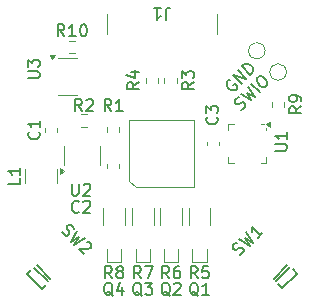
<source format=gbr>
%TF.GenerationSoftware,KiCad,Pcbnew,9.0.3*%
%TF.CreationDate,2025-07-22T22:17:19-05:00*%
%TF.ProjectId,openoshi-lightboard,6f70656e-6f73-4686-992d-6c6967687462,rev?*%
%TF.SameCoordinates,Original*%
%TF.FileFunction,Legend,Top*%
%TF.FilePolarity,Positive*%
%FSLAX46Y46*%
G04 Gerber Fmt 4.6, Leading zero omitted, Abs format (unit mm)*
G04 Created by KiCad (PCBNEW 9.0.3) date 2025-07-22 22:17:19*
%MOMM*%
%LPD*%
G01*
G04 APERTURE LIST*
%ADD10C,0.150000*%
%ADD11C,0.120000*%
%ADD12C,0.152400*%
G04 APERTURE END LIST*
D10*
X142388095Y-102554819D02*
X142388095Y-103364342D01*
X142388095Y-103364342D02*
X142435714Y-103459580D01*
X142435714Y-103459580D02*
X142483333Y-103507200D01*
X142483333Y-103507200D02*
X142578571Y-103554819D01*
X142578571Y-103554819D02*
X142769047Y-103554819D01*
X142769047Y-103554819D02*
X142864285Y-103507200D01*
X142864285Y-103507200D02*
X142911904Y-103459580D01*
X142911904Y-103459580D02*
X142959523Y-103364342D01*
X142959523Y-103364342D02*
X142959523Y-102554819D01*
X143388095Y-102650057D02*
X143435714Y-102602438D01*
X143435714Y-102602438D02*
X143530952Y-102554819D01*
X143530952Y-102554819D02*
X143769047Y-102554819D01*
X143769047Y-102554819D02*
X143864285Y-102602438D01*
X143864285Y-102602438D02*
X143911904Y-102650057D01*
X143911904Y-102650057D02*
X143959523Y-102745295D01*
X143959523Y-102745295D02*
X143959523Y-102840533D01*
X143959523Y-102840533D02*
X143911904Y-102983390D01*
X143911904Y-102983390D02*
X143340476Y-103554819D01*
X143340476Y-103554819D02*
X143959523Y-103554819D01*
X138654819Y-93611904D02*
X139464342Y-93611904D01*
X139464342Y-93611904D02*
X139559580Y-93564285D01*
X139559580Y-93564285D02*
X139607200Y-93516666D01*
X139607200Y-93516666D02*
X139654819Y-93421428D01*
X139654819Y-93421428D02*
X139654819Y-93230952D01*
X139654819Y-93230952D02*
X139607200Y-93135714D01*
X139607200Y-93135714D02*
X139559580Y-93088095D01*
X139559580Y-93088095D02*
X139464342Y-93040476D01*
X139464342Y-93040476D02*
X138654819Y-93040476D01*
X138654819Y-92659523D02*
X138654819Y-92040476D01*
X138654819Y-92040476D02*
X139035771Y-92373809D01*
X139035771Y-92373809D02*
X139035771Y-92230952D01*
X139035771Y-92230952D02*
X139083390Y-92135714D01*
X139083390Y-92135714D02*
X139131009Y-92088095D01*
X139131009Y-92088095D02*
X139226247Y-92040476D01*
X139226247Y-92040476D02*
X139464342Y-92040476D01*
X139464342Y-92040476D02*
X139559580Y-92088095D01*
X139559580Y-92088095D02*
X139607200Y-92135714D01*
X139607200Y-92135714D02*
X139654819Y-92230952D01*
X139654819Y-92230952D02*
X139654819Y-92516666D01*
X139654819Y-92516666D02*
X139607200Y-92611904D01*
X139607200Y-92611904D02*
X139559580Y-92659523D01*
X155759422Y-93736918D02*
X155658407Y-93770590D01*
X155658407Y-93770590D02*
X155557392Y-93871605D01*
X155557392Y-93871605D02*
X155490048Y-94006292D01*
X155490048Y-94006292D02*
X155490048Y-94140979D01*
X155490048Y-94140979D02*
X155523720Y-94241994D01*
X155523720Y-94241994D02*
X155624735Y-94410353D01*
X155624735Y-94410353D02*
X155725751Y-94511368D01*
X155725751Y-94511368D02*
X155894109Y-94612383D01*
X155894109Y-94612383D02*
X155995125Y-94646055D01*
X155995125Y-94646055D02*
X156129812Y-94646055D01*
X156129812Y-94646055D02*
X156264499Y-94578712D01*
X156264499Y-94578712D02*
X156331842Y-94511368D01*
X156331842Y-94511368D02*
X156399186Y-94376681D01*
X156399186Y-94376681D02*
X156399186Y-94309338D01*
X156399186Y-94309338D02*
X156163483Y-94073635D01*
X156163483Y-94073635D02*
X156028796Y-94208322D01*
X156769575Y-94073635D02*
X156062468Y-93366528D01*
X156062468Y-93366528D02*
X157173636Y-93669574D01*
X157173636Y-93669574D02*
X156466529Y-92962467D01*
X157510353Y-93332857D02*
X156803247Y-92625750D01*
X156803247Y-92625750D02*
X156971605Y-92457391D01*
X156971605Y-92457391D02*
X157106292Y-92390048D01*
X157106292Y-92390048D02*
X157240979Y-92390048D01*
X157240979Y-92390048D02*
X157341995Y-92423719D01*
X157341995Y-92423719D02*
X157510353Y-92524735D01*
X157510353Y-92524735D02*
X157611369Y-92625750D01*
X157611369Y-92625750D02*
X157712384Y-92794109D01*
X157712384Y-92794109D02*
X157746056Y-92895124D01*
X157746056Y-92895124D02*
X157746056Y-93029811D01*
X157746056Y-93029811D02*
X157678712Y-93164498D01*
X157678712Y-93164498D02*
X157510353Y-93332857D01*
X154659580Y-96916666D02*
X154707200Y-96964285D01*
X154707200Y-96964285D02*
X154754819Y-97107142D01*
X154754819Y-97107142D02*
X154754819Y-97202380D01*
X154754819Y-97202380D02*
X154707200Y-97345237D01*
X154707200Y-97345237D02*
X154611961Y-97440475D01*
X154611961Y-97440475D02*
X154516723Y-97488094D01*
X154516723Y-97488094D02*
X154326247Y-97535713D01*
X154326247Y-97535713D02*
X154183390Y-97535713D01*
X154183390Y-97535713D02*
X153992914Y-97488094D01*
X153992914Y-97488094D02*
X153897676Y-97440475D01*
X153897676Y-97440475D02*
X153802438Y-97345237D01*
X153802438Y-97345237D02*
X153754819Y-97202380D01*
X153754819Y-97202380D02*
X153754819Y-97107142D01*
X153754819Y-97107142D02*
X153802438Y-96964285D01*
X153802438Y-96964285D02*
X153850057Y-96916666D01*
X153754819Y-96583332D02*
X153754819Y-95964285D01*
X153754819Y-95964285D02*
X154135771Y-96297618D01*
X154135771Y-96297618D02*
X154135771Y-96154761D01*
X154135771Y-96154761D02*
X154183390Y-96059523D01*
X154183390Y-96059523D02*
X154231009Y-96011904D01*
X154231009Y-96011904D02*
X154326247Y-95964285D01*
X154326247Y-95964285D02*
X154564342Y-95964285D01*
X154564342Y-95964285D02*
X154659580Y-96011904D01*
X154659580Y-96011904D02*
X154707200Y-96059523D01*
X154707200Y-96059523D02*
X154754819Y-96154761D01*
X154754819Y-96154761D02*
X154754819Y-96440475D01*
X154754819Y-96440475D02*
X154707200Y-96535713D01*
X154707200Y-96535713D02*
X154659580Y-96583332D01*
X153033333Y-110554819D02*
X152700000Y-110078628D01*
X152461905Y-110554819D02*
X152461905Y-109554819D01*
X152461905Y-109554819D02*
X152842857Y-109554819D01*
X152842857Y-109554819D02*
X152938095Y-109602438D01*
X152938095Y-109602438D02*
X152985714Y-109650057D01*
X152985714Y-109650057D02*
X153033333Y-109745295D01*
X153033333Y-109745295D02*
X153033333Y-109888152D01*
X153033333Y-109888152D02*
X152985714Y-109983390D01*
X152985714Y-109983390D02*
X152938095Y-110031009D01*
X152938095Y-110031009D02*
X152842857Y-110078628D01*
X152842857Y-110078628D02*
X152461905Y-110078628D01*
X153938095Y-109554819D02*
X153461905Y-109554819D01*
X153461905Y-109554819D02*
X153414286Y-110031009D01*
X153414286Y-110031009D02*
X153461905Y-109983390D01*
X153461905Y-109983390D02*
X153557143Y-109935771D01*
X153557143Y-109935771D02*
X153795238Y-109935771D01*
X153795238Y-109935771D02*
X153890476Y-109983390D01*
X153890476Y-109983390D02*
X153938095Y-110031009D01*
X153938095Y-110031009D02*
X153985714Y-110126247D01*
X153985714Y-110126247D02*
X153985714Y-110364342D01*
X153985714Y-110364342D02*
X153938095Y-110459580D01*
X153938095Y-110459580D02*
X153890476Y-110507200D01*
X153890476Y-110507200D02*
X153795238Y-110554819D01*
X153795238Y-110554819D02*
X153557143Y-110554819D01*
X153557143Y-110554819D02*
X153461905Y-110507200D01*
X153461905Y-110507200D02*
X153414286Y-110459580D01*
X141548349Y-106616034D02*
X141615692Y-106750721D01*
X141615692Y-106750721D02*
X141784051Y-106919079D01*
X141784051Y-106919079D02*
X141885066Y-106952751D01*
X141885066Y-106952751D02*
X141952410Y-106952751D01*
X141952410Y-106952751D02*
X142053425Y-106919079D01*
X142053425Y-106919079D02*
X142120769Y-106851736D01*
X142120769Y-106851736D02*
X142154440Y-106750721D01*
X142154440Y-106750721D02*
X142154440Y-106683377D01*
X142154440Y-106683377D02*
X142120769Y-106582362D01*
X142120769Y-106582362D02*
X142019753Y-106414003D01*
X142019753Y-106414003D02*
X141986082Y-106312988D01*
X141986082Y-106312988D02*
X141986082Y-106245644D01*
X141986082Y-106245644D02*
X142019753Y-106144629D01*
X142019753Y-106144629D02*
X142087097Y-106077286D01*
X142087097Y-106077286D02*
X142188112Y-106043614D01*
X142188112Y-106043614D02*
X142255456Y-106043614D01*
X142255456Y-106043614D02*
X142356471Y-106077286D01*
X142356471Y-106077286D02*
X142524830Y-106245644D01*
X142524830Y-106245644D02*
X142592173Y-106380331D01*
X142861547Y-106582362D02*
X142322799Y-107457828D01*
X142322799Y-107457828D02*
X142962563Y-107087438D01*
X142962563Y-107087438D02*
X142592173Y-107727202D01*
X142592173Y-107727202D02*
X143467639Y-107188454D01*
X143635997Y-107491499D02*
X143703341Y-107491499D01*
X143703341Y-107491499D02*
X143804356Y-107525171D01*
X143804356Y-107525171D02*
X143972715Y-107693530D01*
X143972715Y-107693530D02*
X144006387Y-107794545D01*
X144006387Y-107794545D02*
X144006387Y-107861888D01*
X144006387Y-107861888D02*
X143972715Y-107962904D01*
X143972715Y-107962904D02*
X143905371Y-108030247D01*
X143905371Y-108030247D02*
X143770684Y-108097591D01*
X143770684Y-108097591D02*
X142962562Y-108097591D01*
X142962562Y-108097591D02*
X143400295Y-108535323D01*
X139579580Y-98166666D02*
X139627200Y-98214285D01*
X139627200Y-98214285D02*
X139674819Y-98357142D01*
X139674819Y-98357142D02*
X139674819Y-98452380D01*
X139674819Y-98452380D02*
X139627200Y-98595237D01*
X139627200Y-98595237D02*
X139531961Y-98690475D01*
X139531961Y-98690475D02*
X139436723Y-98738094D01*
X139436723Y-98738094D02*
X139246247Y-98785713D01*
X139246247Y-98785713D02*
X139103390Y-98785713D01*
X139103390Y-98785713D02*
X138912914Y-98738094D01*
X138912914Y-98738094D02*
X138817676Y-98690475D01*
X138817676Y-98690475D02*
X138722438Y-98595237D01*
X138722438Y-98595237D02*
X138674819Y-98452380D01*
X138674819Y-98452380D02*
X138674819Y-98357142D01*
X138674819Y-98357142D02*
X138722438Y-98214285D01*
X138722438Y-98214285D02*
X138770057Y-98166666D01*
X139674819Y-97214285D02*
X139674819Y-97785713D01*
X139674819Y-97499999D02*
X138674819Y-97499999D01*
X138674819Y-97499999D02*
X138817676Y-97595237D01*
X138817676Y-97595237D02*
X138912914Y-97690475D01*
X138912914Y-97690475D02*
X138960533Y-97785713D01*
X141757142Y-90054819D02*
X141423809Y-89578628D01*
X141185714Y-90054819D02*
X141185714Y-89054819D01*
X141185714Y-89054819D02*
X141566666Y-89054819D01*
X141566666Y-89054819D02*
X141661904Y-89102438D01*
X141661904Y-89102438D02*
X141709523Y-89150057D01*
X141709523Y-89150057D02*
X141757142Y-89245295D01*
X141757142Y-89245295D02*
X141757142Y-89388152D01*
X141757142Y-89388152D02*
X141709523Y-89483390D01*
X141709523Y-89483390D02*
X141661904Y-89531009D01*
X141661904Y-89531009D02*
X141566666Y-89578628D01*
X141566666Y-89578628D02*
X141185714Y-89578628D01*
X142709523Y-90054819D02*
X142138095Y-90054819D01*
X142423809Y-90054819D02*
X142423809Y-89054819D01*
X142423809Y-89054819D02*
X142328571Y-89197676D01*
X142328571Y-89197676D02*
X142233333Y-89292914D01*
X142233333Y-89292914D02*
X142138095Y-89340533D01*
X143328571Y-89054819D02*
X143423809Y-89054819D01*
X143423809Y-89054819D02*
X143519047Y-89102438D01*
X143519047Y-89102438D02*
X143566666Y-89150057D01*
X143566666Y-89150057D02*
X143614285Y-89245295D01*
X143614285Y-89245295D02*
X143661904Y-89435771D01*
X143661904Y-89435771D02*
X143661904Y-89673866D01*
X143661904Y-89673866D02*
X143614285Y-89864342D01*
X143614285Y-89864342D02*
X143566666Y-89959580D01*
X143566666Y-89959580D02*
X143519047Y-90007200D01*
X143519047Y-90007200D02*
X143423809Y-90054819D01*
X143423809Y-90054819D02*
X143328571Y-90054819D01*
X143328571Y-90054819D02*
X143233333Y-90007200D01*
X143233333Y-90007200D02*
X143185714Y-89959580D01*
X143185714Y-89959580D02*
X143138095Y-89864342D01*
X143138095Y-89864342D02*
X143090476Y-89673866D01*
X143090476Y-89673866D02*
X143090476Y-89435771D01*
X143090476Y-89435771D02*
X143138095Y-89245295D01*
X143138095Y-89245295D02*
X143185714Y-89150057D01*
X143185714Y-89150057D02*
X143233333Y-89102438D01*
X143233333Y-89102438D02*
X143328571Y-89054819D01*
X156743094Y-96282772D02*
X156877781Y-96215429D01*
X156877781Y-96215429D02*
X157046140Y-96047070D01*
X157046140Y-96047070D02*
X157079812Y-95946055D01*
X157079812Y-95946055D02*
X157079812Y-95878711D01*
X157079812Y-95878711D02*
X157046140Y-95777696D01*
X157046140Y-95777696D02*
X156978797Y-95710353D01*
X156978797Y-95710353D02*
X156877781Y-95676681D01*
X156877781Y-95676681D02*
X156810438Y-95676681D01*
X156810438Y-95676681D02*
X156709423Y-95710353D01*
X156709423Y-95710353D02*
X156541064Y-95811368D01*
X156541064Y-95811368D02*
X156440049Y-95845040D01*
X156440049Y-95845040D02*
X156372705Y-95845040D01*
X156372705Y-95845040D02*
X156271690Y-95811368D01*
X156271690Y-95811368D02*
X156204346Y-95744024D01*
X156204346Y-95744024D02*
X156170675Y-95643009D01*
X156170675Y-95643009D02*
X156170675Y-95575666D01*
X156170675Y-95575666D02*
X156204346Y-95474650D01*
X156204346Y-95474650D02*
X156372705Y-95306292D01*
X156372705Y-95306292D02*
X156507392Y-95238948D01*
X156709423Y-94969574D02*
X157584888Y-95508322D01*
X157584888Y-95508322D02*
X157214499Y-94868559D01*
X157214499Y-94868559D02*
X157854262Y-95238948D01*
X157854262Y-95238948D02*
X157315514Y-94363482D01*
X158291995Y-94801215D02*
X157584888Y-94094109D01*
X158056292Y-93622704D02*
X158190979Y-93488017D01*
X158190979Y-93488017D02*
X158291995Y-93454346D01*
X158291995Y-93454346D02*
X158426682Y-93454346D01*
X158426682Y-93454346D02*
X158595040Y-93555361D01*
X158595040Y-93555361D02*
X158830743Y-93791063D01*
X158830743Y-93791063D02*
X158931758Y-93959422D01*
X158931758Y-93959422D02*
X158931758Y-94094109D01*
X158931758Y-94094109D02*
X158898086Y-94195124D01*
X158898086Y-94195124D02*
X158763399Y-94329811D01*
X158763399Y-94329811D02*
X158662384Y-94363483D01*
X158662384Y-94363483D02*
X158527697Y-94363483D01*
X158527697Y-94363483D02*
X158359338Y-94262468D01*
X158359338Y-94262468D02*
X158123636Y-94026765D01*
X158123636Y-94026765D02*
X158022621Y-93858407D01*
X158022621Y-93858407D02*
X158022621Y-93723720D01*
X158022621Y-93723720D02*
X158056292Y-93622704D01*
X150333333Y-88670180D02*
X150333333Y-87955895D01*
X150333333Y-87955895D02*
X150380952Y-87813038D01*
X150380952Y-87813038D02*
X150476190Y-87717800D01*
X150476190Y-87717800D02*
X150619047Y-87670180D01*
X150619047Y-87670180D02*
X150714285Y-87670180D01*
X149333333Y-87670180D02*
X149904761Y-87670180D01*
X149619047Y-87670180D02*
X149619047Y-88670180D01*
X149619047Y-88670180D02*
X149714285Y-88527323D01*
X149714285Y-88527323D02*
X149809523Y-88432085D01*
X149809523Y-88432085D02*
X149904761Y-88384466D01*
X152704819Y-93966666D02*
X152228628Y-94299999D01*
X152704819Y-94538094D02*
X151704819Y-94538094D01*
X151704819Y-94538094D02*
X151704819Y-94157142D01*
X151704819Y-94157142D02*
X151752438Y-94061904D01*
X151752438Y-94061904D02*
X151800057Y-94014285D01*
X151800057Y-94014285D02*
X151895295Y-93966666D01*
X151895295Y-93966666D02*
X152038152Y-93966666D01*
X152038152Y-93966666D02*
X152133390Y-94014285D01*
X152133390Y-94014285D02*
X152181009Y-94061904D01*
X152181009Y-94061904D02*
X152228628Y-94157142D01*
X152228628Y-94157142D02*
X152228628Y-94538094D01*
X151704819Y-93633332D02*
X151704819Y-93014285D01*
X151704819Y-93014285D02*
X152085771Y-93347618D01*
X152085771Y-93347618D02*
X152085771Y-93204761D01*
X152085771Y-93204761D02*
X152133390Y-93109523D01*
X152133390Y-93109523D02*
X152181009Y-93061904D01*
X152181009Y-93061904D02*
X152276247Y-93014285D01*
X152276247Y-93014285D02*
X152514342Y-93014285D01*
X152514342Y-93014285D02*
X152609580Y-93061904D01*
X152609580Y-93061904D02*
X152657200Y-93109523D01*
X152657200Y-93109523D02*
X152704819Y-93204761D01*
X152704819Y-93204761D02*
X152704819Y-93490475D01*
X152704819Y-93490475D02*
X152657200Y-93585713D01*
X152657200Y-93585713D02*
X152609580Y-93633332D01*
X156595125Y-108580742D02*
X156729812Y-108513399D01*
X156729812Y-108513399D02*
X156898170Y-108345040D01*
X156898170Y-108345040D02*
X156931842Y-108244025D01*
X156931842Y-108244025D02*
X156931842Y-108176681D01*
X156931842Y-108176681D02*
X156898170Y-108075666D01*
X156898170Y-108075666D02*
X156830827Y-108008322D01*
X156830827Y-108008322D02*
X156729812Y-107974651D01*
X156729812Y-107974651D02*
X156662468Y-107974651D01*
X156662468Y-107974651D02*
X156561453Y-108008322D01*
X156561453Y-108008322D02*
X156393094Y-108109338D01*
X156393094Y-108109338D02*
X156292079Y-108143009D01*
X156292079Y-108143009D02*
X156224735Y-108143009D01*
X156224735Y-108143009D02*
X156123720Y-108109338D01*
X156123720Y-108109338D02*
X156056377Y-108041994D01*
X156056377Y-108041994D02*
X156022705Y-107940979D01*
X156022705Y-107940979D02*
X156022705Y-107873635D01*
X156022705Y-107873635D02*
X156056377Y-107772620D01*
X156056377Y-107772620D02*
X156224735Y-107604261D01*
X156224735Y-107604261D02*
X156359422Y-107536918D01*
X156561453Y-107267544D02*
X157436919Y-107806292D01*
X157436919Y-107806292D02*
X157066529Y-107166528D01*
X157066529Y-107166528D02*
X157706293Y-107536918D01*
X157706293Y-107536918D02*
X157167545Y-106661452D01*
X158514414Y-106728796D02*
X158110353Y-107132857D01*
X158312384Y-106930826D02*
X157605277Y-106223720D01*
X157605277Y-106223720D02*
X157638949Y-106392078D01*
X157638949Y-106392078D02*
X157638949Y-106526765D01*
X157638949Y-106526765D02*
X157605277Y-106627781D01*
X145854761Y-112050057D02*
X145759523Y-112002438D01*
X145759523Y-112002438D02*
X145664285Y-111907200D01*
X145664285Y-111907200D02*
X145521428Y-111764342D01*
X145521428Y-111764342D02*
X145426190Y-111716723D01*
X145426190Y-111716723D02*
X145330952Y-111716723D01*
X145378571Y-111954819D02*
X145283333Y-111907200D01*
X145283333Y-111907200D02*
X145188095Y-111811961D01*
X145188095Y-111811961D02*
X145140476Y-111621485D01*
X145140476Y-111621485D02*
X145140476Y-111288152D01*
X145140476Y-111288152D02*
X145188095Y-111097676D01*
X145188095Y-111097676D02*
X145283333Y-111002438D01*
X145283333Y-111002438D02*
X145378571Y-110954819D01*
X145378571Y-110954819D02*
X145569047Y-110954819D01*
X145569047Y-110954819D02*
X145664285Y-111002438D01*
X145664285Y-111002438D02*
X145759523Y-111097676D01*
X145759523Y-111097676D02*
X145807142Y-111288152D01*
X145807142Y-111288152D02*
X145807142Y-111621485D01*
X145807142Y-111621485D02*
X145759523Y-111811961D01*
X145759523Y-111811961D02*
X145664285Y-111907200D01*
X145664285Y-111907200D02*
X145569047Y-111954819D01*
X145569047Y-111954819D02*
X145378571Y-111954819D01*
X146664285Y-111288152D02*
X146664285Y-111954819D01*
X146426190Y-110907200D02*
X146188095Y-111621485D01*
X146188095Y-111621485D02*
X146807142Y-111621485D01*
X150633333Y-110554819D02*
X150300000Y-110078628D01*
X150061905Y-110554819D02*
X150061905Y-109554819D01*
X150061905Y-109554819D02*
X150442857Y-109554819D01*
X150442857Y-109554819D02*
X150538095Y-109602438D01*
X150538095Y-109602438D02*
X150585714Y-109650057D01*
X150585714Y-109650057D02*
X150633333Y-109745295D01*
X150633333Y-109745295D02*
X150633333Y-109888152D01*
X150633333Y-109888152D02*
X150585714Y-109983390D01*
X150585714Y-109983390D02*
X150538095Y-110031009D01*
X150538095Y-110031009D02*
X150442857Y-110078628D01*
X150442857Y-110078628D02*
X150061905Y-110078628D01*
X151490476Y-109554819D02*
X151300000Y-109554819D01*
X151300000Y-109554819D02*
X151204762Y-109602438D01*
X151204762Y-109602438D02*
X151157143Y-109650057D01*
X151157143Y-109650057D02*
X151061905Y-109792914D01*
X151061905Y-109792914D02*
X151014286Y-109983390D01*
X151014286Y-109983390D02*
X151014286Y-110364342D01*
X151014286Y-110364342D02*
X151061905Y-110459580D01*
X151061905Y-110459580D02*
X151109524Y-110507200D01*
X151109524Y-110507200D02*
X151204762Y-110554819D01*
X151204762Y-110554819D02*
X151395238Y-110554819D01*
X151395238Y-110554819D02*
X151490476Y-110507200D01*
X151490476Y-110507200D02*
X151538095Y-110459580D01*
X151538095Y-110459580D02*
X151585714Y-110364342D01*
X151585714Y-110364342D02*
X151585714Y-110126247D01*
X151585714Y-110126247D02*
X151538095Y-110031009D01*
X151538095Y-110031009D02*
X151490476Y-109983390D01*
X151490476Y-109983390D02*
X151395238Y-109935771D01*
X151395238Y-109935771D02*
X151204762Y-109935771D01*
X151204762Y-109935771D02*
X151109524Y-109983390D01*
X151109524Y-109983390D02*
X151061905Y-110031009D01*
X151061905Y-110031009D02*
X151014286Y-110126247D01*
X150704761Y-112050057D02*
X150609523Y-112002438D01*
X150609523Y-112002438D02*
X150514285Y-111907200D01*
X150514285Y-111907200D02*
X150371428Y-111764342D01*
X150371428Y-111764342D02*
X150276190Y-111716723D01*
X150276190Y-111716723D02*
X150180952Y-111716723D01*
X150228571Y-111954819D02*
X150133333Y-111907200D01*
X150133333Y-111907200D02*
X150038095Y-111811961D01*
X150038095Y-111811961D02*
X149990476Y-111621485D01*
X149990476Y-111621485D02*
X149990476Y-111288152D01*
X149990476Y-111288152D02*
X150038095Y-111097676D01*
X150038095Y-111097676D02*
X150133333Y-111002438D01*
X150133333Y-111002438D02*
X150228571Y-110954819D01*
X150228571Y-110954819D02*
X150419047Y-110954819D01*
X150419047Y-110954819D02*
X150514285Y-111002438D01*
X150514285Y-111002438D02*
X150609523Y-111097676D01*
X150609523Y-111097676D02*
X150657142Y-111288152D01*
X150657142Y-111288152D02*
X150657142Y-111621485D01*
X150657142Y-111621485D02*
X150609523Y-111811961D01*
X150609523Y-111811961D02*
X150514285Y-111907200D01*
X150514285Y-111907200D02*
X150419047Y-111954819D01*
X150419047Y-111954819D02*
X150228571Y-111954819D01*
X151038095Y-111050057D02*
X151085714Y-111002438D01*
X151085714Y-111002438D02*
X151180952Y-110954819D01*
X151180952Y-110954819D02*
X151419047Y-110954819D01*
X151419047Y-110954819D02*
X151514285Y-111002438D01*
X151514285Y-111002438D02*
X151561904Y-111050057D01*
X151561904Y-111050057D02*
X151609523Y-111145295D01*
X151609523Y-111145295D02*
X151609523Y-111240533D01*
X151609523Y-111240533D02*
X151561904Y-111383390D01*
X151561904Y-111383390D02*
X150990476Y-111954819D01*
X150990476Y-111954819D02*
X151609523Y-111954819D01*
X138004819Y-102066666D02*
X138004819Y-102542856D01*
X138004819Y-102542856D02*
X137004819Y-102542856D01*
X138004819Y-101209523D02*
X138004819Y-101780951D01*
X138004819Y-101495237D02*
X137004819Y-101495237D01*
X137004819Y-101495237D02*
X137147676Y-101590475D01*
X137147676Y-101590475D02*
X137242914Y-101685713D01*
X137242914Y-101685713D02*
X137290533Y-101780951D01*
X142983333Y-104909580D02*
X142935714Y-104957200D01*
X142935714Y-104957200D02*
X142792857Y-105004819D01*
X142792857Y-105004819D02*
X142697619Y-105004819D01*
X142697619Y-105004819D02*
X142554762Y-104957200D01*
X142554762Y-104957200D02*
X142459524Y-104861961D01*
X142459524Y-104861961D02*
X142411905Y-104766723D01*
X142411905Y-104766723D02*
X142364286Y-104576247D01*
X142364286Y-104576247D02*
X142364286Y-104433390D01*
X142364286Y-104433390D02*
X142411905Y-104242914D01*
X142411905Y-104242914D02*
X142459524Y-104147676D01*
X142459524Y-104147676D02*
X142554762Y-104052438D01*
X142554762Y-104052438D02*
X142697619Y-104004819D01*
X142697619Y-104004819D02*
X142792857Y-104004819D01*
X142792857Y-104004819D02*
X142935714Y-104052438D01*
X142935714Y-104052438D02*
X142983333Y-104100057D01*
X143364286Y-104100057D02*
X143411905Y-104052438D01*
X143411905Y-104052438D02*
X143507143Y-104004819D01*
X143507143Y-104004819D02*
X143745238Y-104004819D01*
X143745238Y-104004819D02*
X143840476Y-104052438D01*
X143840476Y-104052438D02*
X143888095Y-104100057D01*
X143888095Y-104100057D02*
X143935714Y-104195295D01*
X143935714Y-104195295D02*
X143935714Y-104290533D01*
X143935714Y-104290533D02*
X143888095Y-104433390D01*
X143888095Y-104433390D02*
X143316667Y-105004819D01*
X143316667Y-105004819D02*
X143935714Y-105004819D01*
X145733333Y-96404819D02*
X145400000Y-95928628D01*
X145161905Y-96404819D02*
X145161905Y-95404819D01*
X145161905Y-95404819D02*
X145542857Y-95404819D01*
X145542857Y-95404819D02*
X145638095Y-95452438D01*
X145638095Y-95452438D02*
X145685714Y-95500057D01*
X145685714Y-95500057D02*
X145733333Y-95595295D01*
X145733333Y-95595295D02*
X145733333Y-95738152D01*
X145733333Y-95738152D02*
X145685714Y-95833390D01*
X145685714Y-95833390D02*
X145638095Y-95881009D01*
X145638095Y-95881009D02*
X145542857Y-95928628D01*
X145542857Y-95928628D02*
X145161905Y-95928628D01*
X146685714Y-96404819D02*
X146114286Y-96404819D01*
X146400000Y-96404819D02*
X146400000Y-95404819D01*
X146400000Y-95404819D02*
X146304762Y-95547676D01*
X146304762Y-95547676D02*
X146209524Y-95642914D01*
X146209524Y-95642914D02*
X146114286Y-95690533D01*
X161804819Y-96016666D02*
X161328628Y-96349999D01*
X161804819Y-96588094D02*
X160804819Y-96588094D01*
X160804819Y-96588094D02*
X160804819Y-96207142D01*
X160804819Y-96207142D02*
X160852438Y-96111904D01*
X160852438Y-96111904D02*
X160900057Y-96064285D01*
X160900057Y-96064285D02*
X160995295Y-96016666D01*
X160995295Y-96016666D02*
X161138152Y-96016666D01*
X161138152Y-96016666D02*
X161233390Y-96064285D01*
X161233390Y-96064285D02*
X161281009Y-96111904D01*
X161281009Y-96111904D02*
X161328628Y-96207142D01*
X161328628Y-96207142D02*
X161328628Y-96588094D01*
X161804819Y-95540475D02*
X161804819Y-95349999D01*
X161804819Y-95349999D02*
X161757200Y-95254761D01*
X161757200Y-95254761D02*
X161709580Y-95207142D01*
X161709580Y-95207142D02*
X161566723Y-95111904D01*
X161566723Y-95111904D02*
X161376247Y-95064285D01*
X161376247Y-95064285D02*
X160995295Y-95064285D01*
X160995295Y-95064285D02*
X160900057Y-95111904D01*
X160900057Y-95111904D02*
X160852438Y-95159523D01*
X160852438Y-95159523D02*
X160804819Y-95254761D01*
X160804819Y-95254761D02*
X160804819Y-95445237D01*
X160804819Y-95445237D02*
X160852438Y-95540475D01*
X160852438Y-95540475D02*
X160900057Y-95588094D01*
X160900057Y-95588094D02*
X160995295Y-95635713D01*
X160995295Y-95635713D02*
X161233390Y-95635713D01*
X161233390Y-95635713D02*
X161328628Y-95588094D01*
X161328628Y-95588094D02*
X161376247Y-95540475D01*
X161376247Y-95540475D02*
X161423866Y-95445237D01*
X161423866Y-95445237D02*
X161423866Y-95254761D01*
X161423866Y-95254761D02*
X161376247Y-95159523D01*
X161376247Y-95159523D02*
X161328628Y-95111904D01*
X161328628Y-95111904D02*
X161233390Y-95064285D01*
X148233333Y-110554819D02*
X147900000Y-110078628D01*
X147661905Y-110554819D02*
X147661905Y-109554819D01*
X147661905Y-109554819D02*
X148042857Y-109554819D01*
X148042857Y-109554819D02*
X148138095Y-109602438D01*
X148138095Y-109602438D02*
X148185714Y-109650057D01*
X148185714Y-109650057D02*
X148233333Y-109745295D01*
X148233333Y-109745295D02*
X148233333Y-109888152D01*
X148233333Y-109888152D02*
X148185714Y-109983390D01*
X148185714Y-109983390D02*
X148138095Y-110031009D01*
X148138095Y-110031009D02*
X148042857Y-110078628D01*
X148042857Y-110078628D02*
X147661905Y-110078628D01*
X148566667Y-109554819D02*
X149233333Y-109554819D01*
X149233333Y-109554819D02*
X148804762Y-110554819D01*
X148054819Y-93966666D02*
X147578628Y-94299999D01*
X148054819Y-94538094D02*
X147054819Y-94538094D01*
X147054819Y-94538094D02*
X147054819Y-94157142D01*
X147054819Y-94157142D02*
X147102438Y-94061904D01*
X147102438Y-94061904D02*
X147150057Y-94014285D01*
X147150057Y-94014285D02*
X147245295Y-93966666D01*
X147245295Y-93966666D02*
X147388152Y-93966666D01*
X147388152Y-93966666D02*
X147483390Y-94014285D01*
X147483390Y-94014285D02*
X147531009Y-94061904D01*
X147531009Y-94061904D02*
X147578628Y-94157142D01*
X147578628Y-94157142D02*
X147578628Y-94538094D01*
X147388152Y-93109523D02*
X148054819Y-93109523D01*
X147007200Y-93347618D02*
X147721485Y-93585713D01*
X147721485Y-93585713D02*
X147721485Y-92966666D01*
X148304761Y-112050057D02*
X148209523Y-112002438D01*
X148209523Y-112002438D02*
X148114285Y-111907200D01*
X148114285Y-111907200D02*
X147971428Y-111764342D01*
X147971428Y-111764342D02*
X147876190Y-111716723D01*
X147876190Y-111716723D02*
X147780952Y-111716723D01*
X147828571Y-111954819D02*
X147733333Y-111907200D01*
X147733333Y-111907200D02*
X147638095Y-111811961D01*
X147638095Y-111811961D02*
X147590476Y-111621485D01*
X147590476Y-111621485D02*
X147590476Y-111288152D01*
X147590476Y-111288152D02*
X147638095Y-111097676D01*
X147638095Y-111097676D02*
X147733333Y-111002438D01*
X147733333Y-111002438D02*
X147828571Y-110954819D01*
X147828571Y-110954819D02*
X148019047Y-110954819D01*
X148019047Y-110954819D02*
X148114285Y-111002438D01*
X148114285Y-111002438D02*
X148209523Y-111097676D01*
X148209523Y-111097676D02*
X148257142Y-111288152D01*
X148257142Y-111288152D02*
X148257142Y-111621485D01*
X148257142Y-111621485D02*
X148209523Y-111811961D01*
X148209523Y-111811961D02*
X148114285Y-111907200D01*
X148114285Y-111907200D02*
X148019047Y-111954819D01*
X148019047Y-111954819D02*
X147828571Y-111954819D01*
X148590476Y-110954819D02*
X149209523Y-110954819D01*
X149209523Y-110954819D02*
X148876190Y-111335771D01*
X148876190Y-111335771D02*
X149019047Y-111335771D01*
X149019047Y-111335771D02*
X149114285Y-111383390D01*
X149114285Y-111383390D02*
X149161904Y-111431009D01*
X149161904Y-111431009D02*
X149209523Y-111526247D01*
X149209523Y-111526247D02*
X149209523Y-111764342D01*
X149209523Y-111764342D02*
X149161904Y-111859580D01*
X149161904Y-111859580D02*
X149114285Y-111907200D01*
X149114285Y-111907200D02*
X149019047Y-111954819D01*
X149019047Y-111954819D02*
X148733333Y-111954819D01*
X148733333Y-111954819D02*
X148638095Y-111907200D01*
X148638095Y-111907200D02*
X148590476Y-111859580D01*
X145783333Y-110554819D02*
X145450000Y-110078628D01*
X145211905Y-110554819D02*
X145211905Y-109554819D01*
X145211905Y-109554819D02*
X145592857Y-109554819D01*
X145592857Y-109554819D02*
X145688095Y-109602438D01*
X145688095Y-109602438D02*
X145735714Y-109650057D01*
X145735714Y-109650057D02*
X145783333Y-109745295D01*
X145783333Y-109745295D02*
X145783333Y-109888152D01*
X145783333Y-109888152D02*
X145735714Y-109983390D01*
X145735714Y-109983390D02*
X145688095Y-110031009D01*
X145688095Y-110031009D02*
X145592857Y-110078628D01*
X145592857Y-110078628D02*
X145211905Y-110078628D01*
X146354762Y-109983390D02*
X146259524Y-109935771D01*
X146259524Y-109935771D02*
X146211905Y-109888152D01*
X146211905Y-109888152D02*
X146164286Y-109792914D01*
X146164286Y-109792914D02*
X146164286Y-109745295D01*
X146164286Y-109745295D02*
X146211905Y-109650057D01*
X146211905Y-109650057D02*
X146259524Y-109602438D01*
X146259524Y-109602438D02*
X146354762Y-109554819D01*
X146354762Y-109554819D02*
X146545238Y-109554819D01*
X146545238Y-109554819D02*
X146640476Y-109602438D01*
X146640476Y-109602438D02*
X146688095Y-109650057D01*
X146688095Y-109650057D02*
X146735714Y-109745295D01*
X146735714Y-109745295D02*
X146735714Y-109792914D01*
X146735714Y-109792914D02*
X146688095Y-109888152D01*
X146688095Y-109888152D02*
X146640476Y-109935771D01*
X146640476Y-109935771D02*
X146545238Y-109983390D01*
X146545238Y-109983390D02*
X146354762Y-109983390D01*
X146354762Y-109983390D02*
X146259524Y-110031009D01*
X146259524Y-110031009D02*
X146211905Y-110078628D01*
X146211905Y-110078628D02*
X146164286Y-110173866D01*
X146164286Y-110173866D02*
X146164286Y-110364342D01*
X146164286Y-110364342D02*
X146211905Y-110459580D01*
X146211905Y-110459580D02*
X146259524Y-110507200D01*
X146259524Y-110507200D02*
X146354762Y-110554819D01*
X146354762Y-110554819D02*
X146545238Y-110554819D01*
X146545238Y-110554819D02*
X146640476Y-110507200D01*
X146640476Y-110507200D02*
X146688095Y-110459580D01*
X146688095Y-110459580D02*
X146735714Y-110364342D01*
X146735714Y-110364342D02*
X146735714Y-110173866D01*
X146735714Y-110173866D02*
X146688095Y-110078628D01*
X146688095Y-110078628D02*
X146640476Y-110031009D01*
X146640476Y-110031009D02*
X146545238Y-109983390D01*
X143233333Y-96404819D02*
X142900000Y-95928628D01*
X142661905Y-96404819D02*
X142661905Y-95404819D01*
X142661905Y-95404819D02*
X143042857Y-95404819D01*
X143042857Y-95404819D02*
X143138095Y-95452438D01*
X143138095Y-95452438D02*
X143185714Y-95500057D01*
X143185714Y-95500057D02*
X143233333Y-95595295D01*
X143233333Y-95595295D02*
X143233333Y-95738152D01*
X143233333Y-95738152D02*
X143185714Y-95833390D01*
X143185714Y-95833390D02*
X143138095Y-95881009D01*
X143138095Y-95881009D02*
X143042857Y-95928628D01*
X143042857Y-95928628D02*
X142661905Y-95928628D01*
X143614286Y-95500057D02*
X143661905Y-95452438D01*
X143661905Y-95452438D02*
X143757143Y-95404819D01*
X143757143Y-95404819D02*
X143995238Y-95404819D01*
X143995238Y-95404819D02*
X144090476Y-95452438D01*
X144090476Y-95452438D02*
X144138095Y-95500057D01*
X144138095Y-95500057D02*
X144185714Y-95595295D01*
X144185714Y-95595295D02*
X144185714Y-95690533D01*
X144185714Y-95690533D02*
X144138095Y-95833390D01*
X144138095Y-95833390D02*
X143566667Y-96404819D01*
X143566667Y-96404819D02*
X144185714Y-96404819D01*
X153104761Y-112050057D02*
X153009523Y-112002438D01*
X153009523Y-112002438D02*
X152914285Y-111907200D01*
X152914285Y-111907200D02*
X152771428Y-111764342D01*
X152771428Y-111764342D02*
X152676190Y-111716723D01*
X152676190Y-111716723D02*
X152580952Y-111716723D01*
X152628571Y-111954819D02*
X152533333Y-111907200D01*
X152533333Y-111907200D02*
X152438095Y-111811961D01*
X152438095Y-111811961D02*
X152390476Y-111621485D01*
X152390476Y-111621485D02*
X152390476Y-111288152D01*
X152390476Y-111288152D02*
X152438095Y-111097676D01*
X152438095Y-111097676D02*
X152533333Y-111002438D01*
X152533333Y-111002438D02*
X152628571Y-110954819D01*
X152628571Y-110954819D02*
X152819047Y-110954819D01*
X152819047Y-110954819D02*
X152914285Y-111002438D01*
X152914285Y-111002438D02*
X153009523Y-111097676D01*
X153009523Y-111097676D02*
X153057142Y-111288152D01*
X153057142Y-111288152D02*
X153057142Y-111621485D01*
X153057142Y-111621485D02*
X153009523Y-111811961D01*
X153009523Y-111811961D02*
X152914285Y-111907200D01*
X152914285Y-111907200D02*
X152819047Y-111954819D01*
X152819047Y-111954819D02*
X152628571Y-111954819D01*
X154009523Y-111954819D02*
X153438095Y-111954819D01*
X153723809Y-111954819D02*
X153723809Y-110954819D01*
X153723809Y-110954819D02*
X153628571Y-111097676D01*
X153628571Y-111097676D02*
X153533333Y-111192914D01*
X153533333Y-111192914D02*
X153438095Y-111240533D01*
X159604819Y-99761904D02*
X160414342Y-99761904D01*
X160414342Y-99761904D02*
X160509580Y-99714285D01*
X160509580Y-99714285D02*
X160557200Y-99666666D01*
X160557200Y-99666666D02*
X160604819Y-99571428D01*
X160604819Y-99571428D02*
X160604819Y-99380952D01*
X160604819Y-99380952D02*
X160557200Y-99285714D01*
X160557200Y-99285714D02*
X160509580Y-99238095D01*
X160509580Y-99238095D02*
X160414342Y-99190476D01*
X160414342Y-99190476D02*
X159604819Y-99190476D01*
X160604819Y-98190476D02*
X160604819Y-98761904D01*
X160604819Y-98476190D02*
X159604819Y-98476190D01*
X159604819Y-98476190D02*
X159747676Y-98571428D01*
X159747676Y-98571428D02*
X159842914Y-98666666D01*
X159842914Y-98666666D02*
X159890533Y-98761904D01*
D11*
%TO.C,U2*%
X141690000Y-100200000D02*
X141690000Y-99400000D01*
X141690000Y-100200000D02*
X141690000Y-101000000D01*
X144810000Y-100200000D02*
X144810000Y-99400000D01*
X144810000Y-100200000D02*
X144810000Y-101000000D01*
X141740000Y-101500000D02*
X141410000Y-101740000D01*
X141410000Y-101260000D01*
X141740000Y-101500000D01*
G36*
X141740000Y-101500000D02*
G01*
X141410000Y-101740000D01*
X141410000Y-101260000D01*
X141740000Y-101500000D01*
G37*
%TO.C,U3*%
X142050000Y-91927500D02*
X141250000Y-91927500D01*
X142050000Y-91927500D02*
X142850000Y-91927500D01*
X142050000Y-95047500D02*
X141250000Y-95047500D01*
X142050000Y-95047500D02*
X142850000Y-95047500D01*
X140750000Y-91977500D02*
X140510000Y-91647500D01*
X140990000Y-91647500D01*
X140750000Y-91977500D01*
G36*
X140750000Y-91977500D02*
G01*
X140510000Y-91647500D01*
X140990000Y-91647500D01*
X140750000Y-91977500D01*
G37*
%TO.C,TP2*%
X158750000Y-91300000D02*
G75*
G02*
X157350000Y-91300000I-700000J0D01*
G01*
X157350000Y-91300000D02*
G75*
G02*
X158750000Y-91300000I700000J0D01*
G01*
%TO.C,C3*%
X153790000Y-99290580D02*
X153790000Y-99009420D01*
X154810000Y-99290580D02*
X154810000Y-99009420D01*
%TO.C,R5*%
X152290000Y-104572936D02*
X152290000Y-106027064D01*
X154110000Y-104572936D02*
X154110000Y-106027064D01*
D12*
%TO.C,SW2*%
X138599554Y-110211172D02*
X139838829Y-111450447D01*
X138945981Y-109864744D02*
X138599554Y-110211172D01*
X139225478Y-109651702D02*
X140398299Y-110824523D01*
X139838829Y-111450447D02*
X140185257Y-111104020D01*
X140577905Y-110644918D02*
X139405083Y-109472096D01*
D11*
%TO.C,C1*%
X140140000Y-98140580D02*
X140140000Y-97859420D01*
X141160000Y-98140580D02*
X141160000Y-97859420D01*
%TO.C,R10*%
X142637258Y-90465000D02*
X142162742Y-90465000D01*
X142637258Y-91510000D02*
X142162742Y-91510000D01*
%TO.C,TP1*%
X160550000Y-93100000D02*
G75*
G02*
X159150000Y-93100000I-700000J0D01*
G01*
X159150000Y-93100000D02*
G75*
G02*
X160550000Y-93100000I700000J0D01*
G01*
%TO.C,J1*%
X145330000Y-88150000D02*
X145330000Y-89850000D01*
X154670000Y-88150000D02*
X154670000Y-89850000D01*
%TO.C,R3*%
X150227500Y-94037258D02*
X150227500Y-93562742D01*
X151272500Y-94037258D02*
X151272500Y-93562742D01*
D12*
%TO.C,SW1*%
X159651702Y-110774523D02*
X160824523Y-109601702D01*
X159864744Y-111054020D02*
X160211172Y-111400447D01*
X160211172Y-111400447D02*
X161450447Y-110161172D01*
X160644918Y-109422096D02*
X159472096Y-110594918D01*
X161450447Y-110161172D02*
X161104020Y-109814744D01*
D11*
%TO.C,Q4*%
X145340000Y-109210000D02*
X145340000Y-108050000D01*
X146560000Y-108050000D02*
X146560000Y-109210000D01*
X146560000Y-109210000D02*
X145340000Y-109210000D01*
%TO.C,R6*%
X149890000Y-104572936D02*
X149890000Y-106027064D01*
X151710000Y-104572936D02*
X151710000Y-106027064D01*
%TO.C,D1*%
X147245000Y-102295413D02*
X147245000Y-97200000D01*
X147795000Y-102800000D02*
X147250000Y-102300000D01*
X147795000Y-102800000D02*
X152745000Y-102800000D01*
X152745000Y-97200000D02*
X147250000Y-97200000D01*
X152745000Y-102800000D02*
X152745000Y-97200000D01*
%TO.C,Q2*%
X150190000Y-109210000D02*
X150190000Y-108050000D01*
X151410000Y-108050000D02*
X151410000Y-109210000D01*
X151410000Y-109210000D02*
X150190000Y-109210000D01*
%TO.C,L1*%
X138440000Y-101297936D02*
X138440000Y-102502064D01*
X141160000Y-101297936D02*
X141160000Y-102502064D01*
%TO.C,C2*%
X145390000Y-100909420D02*
X145390000Y-101190580D01*
X146410000Y-100909420D02*
X146410000Y-101190580D01*
%TO.C,R1*%
X145377500Y-98187258D02*
X145377500Y-97712742D01*
X146422500Y-98187258D02*
X146422500Y-97712742D01*
%TO.C,R9*%
X159327500Y-96087258D02*
X159327500Y-95612742D01*
X160372500Y-96087258D02*
X160372500Y-95612742D01*
%TO.C,R7*%
X147490000Y-104572936D02*
X147490000Y-106027064D01*
X149310000Y-104572936D02*
X149310000Y-106027064D01*
%TO.C,R4*%
X148677500Y-94037258D02*
X148677500Y-93562742D01*
X149722500Y-94037258D02*
X149722500Y-93562742D01*
%TO.C,Q3*%
X147790000Y-109210000D02*
X147790000Y-108050000D01*
X149010000Y-108050000D02*
X149010000Y-109210000D01*
X149010000Y-109210000D02*
X147790000Y-109210000D01*
%TO.C,R8*%
X145040000Y-104572936D02*
X145040000Y-106027064D01*
X146860000Y-104572936D02*
X146860000Y-106027064D01*
%TO.C,R2*%
X143637258Y-96677500D02*
X143162742Y-96677500D01*
X143637258Y-97722500D02*
X143162742Y-97722500D01*
%TO.C,Q1*%
X152590000Y-109210000D02*
X152590000Y-108050000D01*
X153810000Y-108050000D02*
X153810000Y-109210000D01*
X153810000Y-109210000D02*
X152590000Y-109210000D01*
%TO.C,U1*%
X155640000Y-97540000D02*
X156090000Y-97540000D01*
X155640000Y-97990000D02*
X155640000Y-97540000D01*
X155640000Y-100310000D02*
X155640000Y-100760000D01*
X155640000Y-100760000D02*
X156090000Y-100760000D01*
X158410000Y-97540000D02*
X158620000Y-97540000D01*
X158860000Y-97990000D02*
X158860000Y-97840000D01*
X158860000Y-100310000D02*
X158860000Y-100760000D01*
X158860000Y-100760000D02*
X158410000Y-100760000D01*
X159190000Y-97780000D02*
X158860000Y-97540000D01*
X159190000Y-97300000D01*
X159190000Y-97780000D01*
G36*
X159190000Y-97780000D02*
G01*
X158860000Y-97540000D01*
X159190000Y-97300000D01*
X159190000Y-97780000D01*
G37*
%TD*%
M02*

</source>
